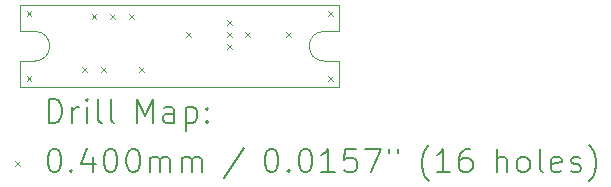
<source format=gbr>
%TF.GenerationSoftware,KiCad,Pcbnew,(7.0.0)*%
%TF.CreationDate,2023-03-31T08:50:08-07:00*%
%TF.ProjectId,bracket-led,62726163-6b65-4742-9d6c-65642e6b6963,rev?*%
%TF.SameCoordinates,Original*%
%TF.FileFunction,Drillmap*%
%TF.FilePolarity,Positive*%
%FSLAX45Y45*%
G04 Gerber Fmt 4.5, Leading zero omitted, Abs format (unit mm)*
G04 Created by KiCad (PCBNEW (7.0.0)) date 2023-03-31 08:50:08*
%MOMM*%
%LPD*%
G01*
G04 APERTURE LIST*
%ADD10C,0.100000*%
%ADD11C,0.200000*%
%ADD12C,0.040000*%
G04 APERTURE END LIST*
D10*
X5850000Y-5223476D02*
X5850000Y-5448476D01*
X5723125Y-4973476D02*
G75*
G03*
X5723125Y-5223476I0J-125000D01*
G01*
X5723125Y-5223476D02*
X5850000Y-5223476D01*
X5850000Y-5448476D02*
X3150000Y-5448476D01*
X3150000Y-4748476D02*
X3150000Y-4973476D01*
X3275000Y-5223476D02*
G75*
G03*
X3275000Y-4973476I0J125000D01*
G01*
X3150000Y-4748476D02*
X5850000Y-4748476D01*
X5850000Y-4748476D02*
X5850000Y-4973476D01*
X5723125Y-4973476D02*
X5850000Y-4973476D01*
X3275000Y-5223476D02*
X3150000Y-5223476D01*
X3150000Y-5448476D02*
X3150000Y-5223476D01*
X3275000Y-4973476D02*
X3150000Y-4973476D01*
D11*
D12*
X3205000Y-4805000D02*
X3245000Y-4845000D01*
X3245000Y-4805000D02*
X3205000Y-4845000D01*
X3205000Y-5355000D02*
X3245000Y-5395000D01*
X3245000Y-5355000D02*
X3205000Y-5395000D01*
X3675000Y-5275000D02*
X3715000Y-5315000D01*
X3715000Y-5275000D02*
X3675000Y-5315000D01*
X3755000Y-4830000D02*
X3795000Y-4870000D01*
X3795000Y-4830000D02*
X3755000Y-4870000D01*
X3835000Y-5275000D02*
X3875000Y-5315000D01*
X3875000Y-5275000D02*
X3835000Y-5315000D01*
X3915000Y-4830000D02*
X3955000Y-4870000D01*
X3955000Y-4830000D02*
X3915000Y-4870000D01*
X4075000Y-4830000D02*
X4115000Y-4870000D01*
X4115000Y-4830000D02*
X4075000Y-4870000D01*
X4155000Y-5275000D02*
X4195000Y-5315000D01*
X4195000Y-5275000D02*
X4155000Y-5315000D01*
X4555000Y-4980000D02*
X4595000Y-5020000D01*
X4595000Y-4980000D02*
X4555000Y-5020000D01*
X4905000Y-4880000D02*
X4945000Y-4920000D01*
X4945000Y-4880000D02*
X4905000Y-4920000D01*
X4905000Y-4980000D02*
X4945000Y-5020000D01*
X4945000Y-4980000D02*
X4905000Y-5020000D01*
X4905000Y-5080000D02*
X4945000Y-5120000D01*
X4945000Y-5080000D02*
X4905000Y-5120000D01*
X5055000Y-4980000D02*
X5095000Y-5020000D01*
X5095000Y-4980000D02*
X5055000Y-5020000D01*
X5405000Y-4980000D02*
X5445000Y-5020000D01*
X5445000Y-4980000D02*
X5405000Y-5020000D01*
X5755000Y-4805000D02*
X5795000Y-4845000D01*
X5795000Y-4805000D02*
X5755000Y-4845000D01*
X5755000Y-5355000D02*
X5795000Y-5395000D01*
X5795000Y-5355000D02*
X5755000Y-5395000D01*
D11*
X3392619Y-5746952D02*
X3392619Y-5546952D01*
X3392619Y-5546952D02*
X3440238Y-5546952D01*
X3440238Y-5546952D02*
X3468809Y-5556476D01*
X3468809Y-5556476D02*
X3487857Y-5575524D01*
X3487857Y-5575524D02*
X3497381Y-5594571D01*
X3497381Y-5594571D02*
X3506905Y-5632666D01*
X3506905Y-5632666D02*
X3506905Y-5661238D01*
X3506905Y-5661238D02*
X3497381Y-5699333D01*
X3497381Y-5699333D02*
X3487857Y-5718381D01*
X3487857Y-5718381D02*
X3468809Y-5737428D01*
X3468809Y-5737428D02*
X3440238Y-5746952D01*
X3440238Y-5746952D02*
X3392619Y-5746952D01*
X3592619Y-5746952D02*
X3592619Y-5613619D01*
X3592619Y-5651714D02*
X3602143Y-5632666D01*
X3602143Y-5632666D02*
X3611667Y-5623143D01*
X3611667Y-5623143D02*
X3630714Y-5613619D01*
X3630714Y-5613619D02*
X3649762Y-5613619D01*
X3716428Y-5746952D02*
X3716428Y-5613619D01*
X3716428Y-5546952D02*
X3706905Y-5556476D01*
X3706905Y-5556476D02*
X3716428Y-5566000D01*
X3716428Y-5566000D02*
X3725952Y-5556476D01*
X3725952Y-5556476D02*
X3716428Y-5546952D01*
X3716428Y-5546952D02*
X3716428Y-5566000D01*
X3840238Y-5746952D02*
X3821190Y-5737428D01*
X3821190Y-5737428D02*
X3811667Y-5718381D01*
X3811667Y-5718381D02*
X3811667Y-5546952D01*
X3945000Y-5746952D02*
X3925952Y-5737428D01*
X3925952Y-5737428D02*
X3916428Y-5718381D01*
X3916428Y-5718381D02*
X3916428Y-5546952D01*
X4141190Y-5746952D02*
X4141190Y-5546952D01*
X4141190Y-5546952D02*
X4207857Y-5689809D01*
X4207857Y-5689809D02*
X4274524Y-5546952D01*
X4274524Y-5546952D02*
X4274524Y-5746952D01*
X4455476Y-5746952D02*
X4455476Y-5642190D01*
X4455476Y-5642190D02*
X4445952Y-5623143D01*
X4445952Y-5623143D02*
X4426905Y-5613619D01*
X4426905Y-5613619D02*
X4388809Y-5613619D01*
X4388809Y-5613619D02*
X4369762Y-5623143D01*
X4455476Y-5737428D02*
X4436429Y-5746952D01*
X4436429Y-5746952D02*
X4388809Y-5746952D01*
X4388809Y-5746952D02*
X4369762Y-5737428D01*
X4369762Y-5737428D02*
X4360238Y-5718381D01*
X4360238Y-5718381D02*
X4360238Y-5699333D01*
X4360238Y-5699333D02*
X4369762Y-5680285D01*
X4369762Y-5680285D02*
X4388809Y-5670762D01*
X4388809Y-5670762D02*
X4436429Y-5670762D01*
X4436429Y-5670762D02*
X4455476Y-5661238D01*
X4550714Y-5613619D02*
X4550714Y-5813619D01*
X4550714Y-5623143D02*
X4569762Y-5613619D01*
X4569762Y-5613619D02*
X4607857Y-5613619D01*
X4607857Y-5613619D02*
X4626905Y-5623143D01*
X4626905Y-5623143D02*
X4636429Y-5632666D01*
X4636429Y-5632666D02*
X4645952Y-5651714D01*
X4645952Y-5651714D02*
X4645952Y-5708857D01*
X4645952Y-5708857D02*
X4636429Y-5727904D01*
X4636429Y-5727904D02*
X4626905Y-5737428D01*
X4626905Y-5737428D02*
X4607857Y-5746952D01*
X4607857Y-5746952D02*
X4569762Y-5746952D01*
X4569762Y-5746952D02*
X4550714Y-5737428D01*
X4731667Y-5727904D02*
X4741190Y-5737428D01*
X4741190Y-5737428D02*
X4731667Y-5746952D01*
X4731667Y-5746952D02*
X4722143Y-5737428D01*
X4722143Y-5737428D02*
X4731667Y-5727904D01*
X4731667Y-5727904D02*
X4731667Y-5746952D01*
X4731667Y-5623143D02*
X4741190Y-5632666D01*
X4741190Y-5632666D02*
X4731667Y-5642190D01*
X4731667Y-5642190D02*
X4722143Y-5632666D01*
X4722143Y-5632666D02*
X4731667Y-5623143D01*
X4731667Y-5623143D02*
X4731667Y-5642190D01*
D12*
X3105000Y-6073476D02*
X3145000Y-6113476D01*
X3145000Y-6073476D02*
X3105000Y-6113476D01*
D11*
X3430714Y-5966952D02*
X3449762Y-5966952D01*
X3449762Y-5966952D02*
X3468809Y-5976476D01*
X3468809Y-5976476D02*
X3478333Y-5986000D01*
X3478333Y-5986000D02*
X3487857Y-6005047D01*
X3487857Y-6005047D02*
X3497381Y-6043143D01*
X3497381Y-6043143D02*
X3497381Y-6090762D01*
X3497381Y-6090762D02*
X3487857Y-6128857D01*
X3487857Y-6128857D02*
X3478333Y-6147904D01*
X3478333Y-6147904D02*
X3468809Y-6157428D01*
X3468809Y-6157428D02*
X3449762Y-6166952D01*
X3449762Y-6166952D02*
X3430714Y-6166952D01*
X3430714Y-6166952D02*
X3411667Y-6157428D01*
X3411667Y-6157428D02*
X3402143Y-6147904D01*
X3402143Y-6147904D02*
X3392619Y-6128857D01*
X3392619Y-6128857D02*
X3383095Y-6090762D01*
X3383095Y-6090762D02*
X3383095Y-6043143D01*
X3383095Y-6043143D02*
X3392619Y-6005047D01*
X3392619Y-6005047D02*
X3402143Y-5986000D01*
X3402143Y-5986000D02*
X3411667Y-5976476D01*
X3411667Y-5976476D02*
X3430714Y-5966952D01*
X3583095Y-6147904D02*
X3592619Y-6157428D01*
X3592619Y-6157428D02*
X3583095Y-6166952D01*
X3583095Y-6166952D02*
X3573571Y-6157428D01*
X3573571Y-6157428D02*
X3583095Y-6147904D01*
X3583095Y-6147904D02*
X3583095Y-6166952D01*
X3764048Y-6033619D02*
X3764048Y-6166952D01*
X3716428Y-5957428D02*
X3668809Y-6100285D01*
X3668809Y-6100285D02*
X3792619Y-6100285D01*
X3906905Y-5966952D02*
X3925952Y-5966952D01*
X3925952Y-5966952D02*
X3945000Y-5976476D01*
X3945000Y-5976476D02*
X3954524Y-5986000D01*
X3954524Y-5986000D02*
X3964048Y-6005047D01*
X3964048Y-6005047D02*
X3973571Y-6043143D01*
X3973571Y-6043143D02*
X3973571Y-6090762D01*
X3973571Y-6090762D02*
X3964048Y-6128857D01*
X3964048Y-6128857D02*
X3954524Y-6147904D01*
X3954524Y-6147904D02*
X3945000Y-6157428D01*
X3945000Y-6157428D02*
X3925952Y-6166952D01*
X3925952Y-6166952D02*
X3906905Y-6166952D01*
X3906905Y-6166952D02*
X3887857Y-6157428D01*
X3887857Y-6157428D02*
X3878333Y-6147904D01*
X3878333Y-6147904D02*
X3868809Y-6128857D01*
X3868809Y-6128857D02*
X3859286Y-6090762D01*
X3859286Y-6090762D02*
X3859286Y-6043143D01*
X3859286Y-6043143D02*
X3868809Y-6005047D01*
X3868809Y-6005047D02*
X3878333Y-5986000D01*
X3878333Y-5986000D02*
X3887857Y-5976476D01*
X3887857Y-5976476D02*
X3906905Y-5966952D01*
X4097381Y-5966952D02*
X4116429Y-5966952D01*
X4116429Y-5966952D02*
X4135476Y-5976476D01*
X4135476Y-5976476D02*
X4145000Y-5986000D01*
X4145000Y-5986000D02*
X4154524Y-6005047D01*
X4154524Y-6005047D02*
X4164048Y-6043143D01*
X4164048Y-6043143D02*
X4164048Y-6090762D01*
X4164048Y-6090762D02*
X4154524Y-6128857D01*
X4154524Y-6128857D02*
X4145000Y-6147904D01*
X4145000Y-6147904D02*
X4135476Y-6157428D01*
X4135476Y-6157428D02*
X4116429Y-6166952D01*
X4116429Y-6166952D02*
X4097381Y-6166952D01*
X4097381Y-6166952D02*
X4078333Y-6157428D01*
X4078333Y-6157428D02*
X4068809Y-6147904D01*
X4068809Y-6147904D02*
X4059286Y-6128857D01*
X4059286Y-6128857D02*
X4049762Y-6090762D01*
X4049762Y-6090762D02*
X4049762Y-6043143D01*
X4049762Y-6043143D02*
X4059286Y-6005047D01*
X4059286Y-6005047D02*
X4068809Y-5986000D01*
X4068809Y-5986000D02*
X4078333Y-5976476D01*
X4078333Y-5976476D02*
X4097381Y-5966952D01*
X4249762Y-6166952D02*
X4249762Y-6033619D01*
X4249762Y-6052666D02*
X4259286Y-6043143D01*
X4259286Y-6043143D02*
X4278333Y-6033619D01*
X4278333Y-6033619D02*
X4306905Y-6033619D01*
X4306905Y-6033619D02*
X4325952Y-6043143D01*
X4325952Y-6043143D02*
X4335476Y-6062190D01*
X4335476Y-6062190D02*
X4335476Y-6166952D01*
X4335476Y-6062190D02*
X4345000Y-6043143D01*
X4345000Y-6043143D02*
X4364048Y-6033619D01*
X4364048Y-6033619D02*
X4392619Y-6033619D01*
X4392619Y-6033619D02*
X4411667Y-6043143D01*
X4411667Y-6043143D02*
X4421191Y-6062190D01*
X4421191Y-6062190D02*
X4421191Y-6166952D01*
X4516429Y-6166952D02*
X4516429Y-6033619D01*
X4516429Y-6052666D02*
X4525952Y-6043143D01*
X4525952Y-6043143D02*
X4545000Y-6033619D01*
X4545000Y-6033619D02*
X4573572Y-6033619D01*
X4573572Y-6033619D02*
X4592619Y-6043143D01*
X4592619Y-6043143D02*
X4602143Y-6062190D01*
X4602143Y-6062190D02*
X4602143Y-6166952D01*
X4602143Y-6062190D02*
X4611667Y-6043143D01*
X4611667Y-6043143D02*
X4630714Y-6033619D01*
X4630714Y-6033619D02*
X4659286Y-6033619D01*
X4659286Y-6033619D02*
X4678333Y-6043143D01*
X4678333Y-6043143D02*
X4687857Y-6062190D01*
X4687857Y-6062190D02*
X4687857Y-6166952D01*
X5045952Y-5957428D02*
X4874524Y-6214571D01*
X5270714Y-5966952D02*
X5289762Y-5966952D01*
X5289762Y-5966952D02*
X5308810Y-5976476D01*
X5308810Y-5976476D02*
X5318333Y-5986000D01*
X5318333Y-5986000D02*
X5327857Y-6005047D01*
X5327857Y-6005047D02*
X5337381Y-6043143D01*
X5337381Y-6043143D02*
X5337381Y-6090762D01*
X5337381Y-6090762D02*
X5327857Y-6128857D01*
X5327857Y-6128857D02*
X5318333Y-6147904D01*
X5318333Y-6147904D02*
X5308810Y-6157428D01*
X5308810Y-6157428D02*
X5289762Y-6166952D01*
X5289762Y-6166952D02*
X5270714Y-6166952D01*
X5270714Y-6166952D02*
X5251667Y-6157428D01*
X5251667Y-6157428D02*
X5242143Y-6147904D01*
X5242143Y-6147904D02*
X5232619Y-6128857D01*
X5232619Y-6128857D02*
X5223095Y-6090762D01*
X5223095Y-6090762D02*
X5223095Y-6043143D01*
X5223095Y-6043143D02*
X5232619Y-6005047D01*
X5232619Y-6005047D02*
X5242143Y-5986000D01*
X5242143Y-5986000D02*
X5251667Y-5976476D01*
X5251667Y-5976476D02*
X5270714Y-5966952D01*
X5423095Y-6147904D02*
X5432619Y-6157428D01*
X5432619Y-6157428D02*
X5423095Y-6166952D01*
X5423095Y-6166952D02*
X5413572Y-6157428D01*
X5413572Y-6157428D02*
X5423095Y-6147904D01*
X5423095Y-6147904D02*
X5423095Y-6166952D01*
X5556429Y-5966952D02*
X5575476Y-5966952D01*
X5575476Y-5966952D02*
X5594524Y-5976476D01*
X5594524Y-5976476D02*
X5604048Y-5986000D01*
X5604048Y-5986000D02*
X5613571Y-6005047D01*
X5613571Y-6005047D02*
X5623095Y-6043143D01*
X5623095Y-6043143D02*
X5623095Y-6090762D01*
X5623095Y-6090762D02*
X5613571Y-6128857D01*
X5613571Y-6128857D02*
X5604048Y-6147904D01*
X5604048Y-6147904D02*
X5594524Y-6157428D01*
X5594524Y-6157428D02*
X5575476Y-6166952D01*
X5575476Y-6166952D02*
X5556429Y-6166952D01*
X5556429Y-6166952D02*
X5537381Y-6157428D01*
X5537381Y-6157428D02*
X5527857Y-6147904D01*
X5527857Y-6147904D02*
X5518333Y-6128857D01*
X5518333Y-6128857D02*
X5508810Y-6090762D01*
X5508810Y-6090762D02*
X5508810Y-6043143D01*
X5508810Y-6043143D02*
X5518333Y-6005047D01*
X5518333Y-6005047D02*
X5527857Y-5986000D01*
X5527857Y-5986000D02*
X5537381Y-5976476D01*
X5537381Y-5976476D02*
X5556429Y-5966952D01*
X5813571Y-6166952D02*
X5699286Y-6166952D01*
X5756429Y-6166952D02*
X5756429Y-5966952D01*
X5756429Y-5966952D02*
X5737381Y-5995524D01*
X5737381Y-5995524D02*
X5718333Y-6014571D01*
X5718333Y-6014571D02*
X5699286Y-6024095D01*
X5994524Y-5966952D02*
X5899286Y-5966952D01*
X5899286Y-5966952D02*
X5889762Y-6062190D01*
X5889762Y-6062190D02*
X5899286Y-6052666D01*
X5899286Y-6052666D02*
X5918333Y-6043143D01*
X5918333Y-6043143D02*
X5965952Y-6043143D01*
X5965952Y-6043143D02*
X5985000Y-6052666D01*
X5985000Y-6052666D02*
X5994524Y-6062190D01*
X5994524Y-6062190D02*
X6004048Y-6081238D01*
X6004048Y-6081238D02*
X6004048Y-6128857D01*
X6004048Y-6128857D02*
X5994524Y-6147904D01*
X5994524Y-6147904D02*
X5985000Y-6157428D01*
X5985000Y-6157428D02*
X5965952Y-6166952D01*
X5965952Y-6166952D02*
X5918333Y-6166952D01*
X5918333Y-6166952D02*
X5899286Y-6157428D01*
X5899286Y-6157428D02*
X5889762Y-6147904D01*
X6070714Y-5966952D02*
X6204048Y-5966952D01*
X6204048Y-5966952D02*
X6118333Y-6166952D01*
X6270714Y-5966952D02*
X6270714Y-6005047D01*
X6346905Y-5966952D02*
X6346905Y-6005047D01*
X6609762Y-6243143D02*
X6600238Y-6233619D01*
X6600238Y-6233619D02*
X6581191Y-6205047D01*
X6581191Y-6205047D02*
X6571667Y-6186000D01*
X6571667Y-6186000D02*
X6562143Y-6157428D01*
X6562143Y-6157428D02*
X6552619Y-6109809D01*
X6552619Y-6109809D02*
X6552619Y-6071714D01*
X6552619Y-6071714D02*
X6562143Y-6024095D01*
X6562143Y-6024095D02*
X6571667Y-5995524D01*
X6571667Y-5995524D02*
X6581191Y-5976476D01*
X6581191Y-5976476D02*
X6600238Y-5947904D01*
X6600238Y-5947904D02*
X6609762Y-5938381D01*
X6790714Y-6166952D02*
X6676429Y-6166952D01*
X6733571Y-6166952D02*
X6733571Y-5966952D01*
X6733571Y-5966952D02*
X6714524Y-5995524D01*
X6714524Y-5995524D02*
X6695476Y-6014571D01*
X6695476Y-6014571D02*
X6676429Y-6024095D01*
X6962143Y-5966952D02*
X6924048Y-5966952D01*
X6924048Y-5966952D02*
X6905000Y-5976476D01*
X6905000Y-5976476D02*
X6895476Y-5986000D01*
X6895476Y-5986000D02*
X6876429Y-6014571D01*
X6876429Y-6014571D02*
X6866905Y-6052666D01*
X6866905Y-6052666D02*
X6866905Y-6128857D01*
X6866905Y-6128857D02*
X6876429Y-6147904D01*
X6876429Y-6147904D02*
X6885952Y-6157428D01*
X6885952Y-6157428D02*
X6905000Y-6166952D01*
X6905000Y-6166952D02*
X6943095Y-6166952D01*
X6943095Y-6166952D02*
X6962143Y-6157428D01*
X6962143Y-6157428D02*
X6971667Y-6147904D01*
X6971667Y-6147904D02*
X6981191Y-6128857D01*
X6981191Y-6128857D02*
X6981191Y-6081238D01*
X6981191Y-6081238D02*
X6971667Y-6062190D01*
X6971667Y-6062190D02*
X6962143Y-6052666D01*
X6962143Y-6052666D02*
X6943095Y-6043143D01*
X6943095Y-6043143D02*
X6905000Y-6043143D01*
X6905000Y-6043143D02*
X6885952Y-6052666D01*
X6885952Y-6052666D02*
X6876429Y-6062190D01*
X6876429Y-6062190D02*
X6866905Y-6081238D01*
X7186905Y-6166952D02*
X7186905Y-5966952D01*
X7272619Y-6166952D02*
X7272619Y-6062190D01*
X7272619Y-6062190D02*
X7263095Y-6043143D01*
X7263095Y-6043143D02*
X7244048Y-6033619D01*
X7244048Y-6033619D02*
X7215476Y-6033619D01*
X7215476Y-6033619D02*
X7196429Y-6043143D01*
X7196429Y-6043143D02*
X7186905Y-6052666D01*
X7396429Y-6166952D02*
X7377381Y-6157428D01*
X7377381Y-6157428D02*
X7367857Y-6147904D01*
X7367857Y-6147904D02*
X7358333Y-6128857D01*
X7358333Y-6128857D02*
X7358333Y-6071714D01*
X7358333Y-6071714D02*
X7367857Y-6052666D01*
X7367857Y-6052666D02*
X7377381Y-6043143D01*
X7377381Y-6043143D02*
X7396429Y-6033619D01*
X7396429Y-6033619D02*
X7425000Y-6033619D01*
X7425000Y-6033619D02*
X7444048Y-6043143D01*
X7444048Y-6043143D02*
X7453572Y-6052666D01*
X7453572Y-6052666D02*
X7463095Y-6071714D01*
X7463095Y-6071714D02*
X7463095Y-6128857D01*
X7463095Y-6128857D02*
X7453572Y-6147904D01*
X7453572Y-6147904D02*
X7444048Y-6157428D01*
X7444048Y-6157428D02*
X7425000Y-6166952D01*
X7425000Y-6166952D02*
X7396429Y-6166952D01*
X7577381Y-6166952D02*
X7558333Y-6157428D01*
X7558333Y-6157428D02*
X7548810Y-6138381D01*
X7548810Y-6138381D02*
X7548810Y-5966952D01*
X7729762Y-6157428D02*
X7710714Y-6166952D01*
X7710714Y-6166952D02*
X7672619Y-6166952D01*
X7672619Y-6166952D02*
X7653572Y-6157428D01*
X7653572Y-6157428D02*
X7644048Y-6138381D01*
X7644048Y-6138381D02*
X7644048Y-6062190D01*
X7644048Y-6062190D02*
X7653572Y-6043143D01*
X7653572Y-6043143D02*
X7672619Y-6033619D01*
X7672619Y-6033619D02*
X7710714Y-6033619D01*
X7710714Y-6033619D02*
X7729762Y-6043143D01*
X7729762Y-6043143D02*
X7739286Y-6062190D01*
X7739286Y-6062190D02*
X7739286Y-6081238D01*
X7739286Y-6081238D02*
X7644048Y-6100285D01*
X7815476Y-6157428D02*
X7834524Y-6166952D01*
X7834524Y-6166952D02*
X7872619Y-6166952D01*
X7872619Y-6166952D02*
X7891667Y-6157428D01*
X7891667Y-6157428D02*
X7901191Y-6138381D01*
X7901191Y-6138381D02*
X7901191Y-6128857D01*
X7901191Y-6128857D02*
X7891667Y-6109809D01*
X7891667Y-6109809D02*
X7872619Y-6100285D01*
X7872619Y-6100285D02*
X7844048Y-6100285D01*
X7844048Y-6100285D02*
X7825000Y-6090762D01*
X7825000Y-6090762D02*
X7815476Y-6071714D01*
X7815476Y-6071714D02*
X7815476Y-6062190D01*
X7815476Y-6062190D02*
X7825000Y-6043143D01*
X7825000Y-6043143D02*
X7844048Y-6033619D01*
X7844048Y-6033619D02*
X7872619Y-6033619D01*
X7872619Y-6033619D02*
X7891667Y-6043143D01*
X7967857Y-6243143D02*
X7977381Y-6233619D01*
X7977381Y-6233619D02*
X7996429Y-6205047D01*
X7996429Y-6205047D02*
X8005953Y-6186000D01*
X8005953Y-6186000D02*
X8015476Y-6157428D01*
X8015476Y-6157428D02*
X8025000Y-6109809D01*
X8025000Y-6109809D02*
X8025000Y-6071714D01*
X8025000Y-6071714D02*
X8015476Y-6024095D01*
X8015476Y-6024095D02*
X8005953Y-5995524D01*
X8005953Y-5995524D02*
X7996429Y-5976476D01*
X7996429Y-5976476D02*
X7977381Y-5947904D01*
X7977381Y-5947904D02*
X7967857Y-5938381D01*
M02*

</source>
